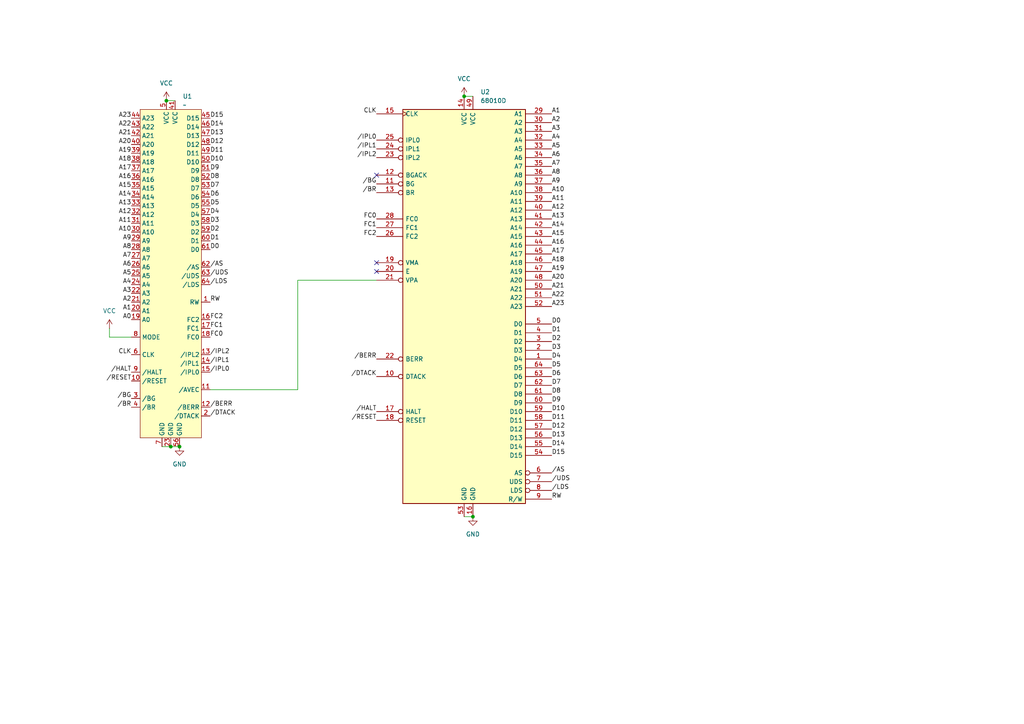
<source format=kicad_sch>
(kicad_sch (version 20231120) (generator "eeschema") (generator_version "8.0")
  (paper "A4")
  (lib_symbols
    (symbol "CPU_NXP_68000:68010D" (pin_names (offset 0.762))
      (property "Reference" "U" (at 0 2.54 0))
      (property "Value" "68010D" (at 0 -3.81 0))
      (symbol "68010D_0_1"
        (rectangle (start -17.78 57.15) (end 17.78 -57.15) (stroke (width 0.254)) (fill (type background)))
      )
      (symbol "68010D_1_1"
        (pin bidirectional line (at 25.4 -15.24 180) (length 7.62) (name "D4") (number "1"))
        (pin input inverted (at -25.4 -20.32 0) (length 7.62) (name "DTACK") (number "10"))
        (pin output inverted (at -25.4 35.56 0) (length 7.62) (name "BG") (number "11"))
        (pin input inverted (at -25.4 38.1 0) (length 7.62) (name "BGACK") (number "12"))
        (pin input inverted (at -25.4 33.02 0) (length 7.62) (name "BR") (number "13"))
        (pin power_in line (at 0 60.96 270) (length 3.81) (name "VCC") (number "14"))
        (pin input clock (at -25.4 55.88 0) (length 7.62) (name "CLK") (number "15"))
        (pin power_in line (at 2.54 -60.96 90) (length 3.81) (name "GND") (number "16"))
        (pin bidirectional inverted (at -25.4 -30.48 0) (length 7.62) (name "HALT") (number "17"))
        (pin bidirectional inverted (at -25.4 -33.02 0) (length 7.62) (name "RESET") (number "18"))
        (pin output inverted (at -25.4 12.7 0) (length 7.62) (name "VMA") (number "19"))
        (pin bidirectional line (at 25.4 -12.7 180) (length 7.62) (name "D3") (number "2"))
        (pin output line (at -25.4 10.16 0) (length 7.62) (name "E") (number "20"))
        (pin input inverted (at -25.4 7.62 0) (length 7.62) (name "VPA") (number "21"))
        (pin input inverted (at -25.4 -15.24 0) (length 7.62) (name "BERR") (number "22"))
        (pin input inverted (at -25.4 43.18 0) (length 7.62) (name "IPL2") (number "23"))
        (pin input inverted (at -25.4 45.72 0) (length 7.62) (name "IPL1") (number "24"))
        (pin input inverted (at -25.4 48.26 0) (length 7.62) (name "IPL0") (number "25"))
        (pin output line (at -25.4 20.32 0) (length 7.62) (name "FC2") (number "26"))
        (pin output line (at -25.4 22.86 0) (length 7.62) (name "FC1") (number "27"))
        (pin output line (at -25.4 25.4 0) (length 7.62) (name "FC0") (number "28"))
        (pin output line (at 25.4 55.88 180) (length 7.62) (name "A1") (number "29"))
        (pin bidirectional line (at 25.4 -10.16 180) (length 7.62) (name "D2") (number "3"))
        (pin output line (at 25.4 53.34 180) (length 7.62) (name "A2") (number "30"))
        (pin output line (at 25.4 50.8 180) (length 7.62) (name "A3") (number "31"))
        (pin output line (at 25.4 48.26 180) (length 7.62) (name "A4") (number "32"))
        (pin output line (at 25.4 45.72 180) (length 7.62) (name "A5") (number "33"))
        (pin output line (at 25.4 43.18 180) (length 7.62) (name "A6") (number "34"))
        (pin output line (at 25.4 40.64 180) (length 7.62) (name "A7") (number "35"))
        (pin output line (at 25.4 38.1 180) (length 7.62) (name "A8") (number "36"))
        (pin output line (at 25.4 35.56 180) (length 7.62) (name "A9") (number "37"))
        (pin output line (at 25.4 33.02 180) (length 7.62) (name "A10") (number "38"))
        (pin output line (at 25.4 30.48 180) (length 7.62) (name "A11") (number "39"))
        (pin bidirectional line (at 25.4 -7.62 180) (length 7.62) (name "D1") (number "4"))
        (pin output line (at 25.4 27.94 180) (length 7.62) (name "A12") (number "40"))
        (pin output line (at 25.4 25.4 180) (length 7.62) (name "A13") (number "41"))
        (pin output line (at 25.4 22.86 180) (length 7.62) (name "A14") (number "42"))
        (pin output line (at 25.4 20.32 180) (length 7.62) (name "A15") (number "43"))
        (pin output line (at 25.4 17.78 180) (length 7.62) (name "A16") (number "44"))
        (pin output line (at 25.4 15.24 180) (length 7.62) (name "A17") (number "45"))
        (pin output line (at 25.4 12.7 180) (length 7.62) (name "A18") (number "46"))
        (pin output line (at 25.4 10.16 180) (length 7.62) (name "A19") (number "47"))
        (pin output line (at 25.4 7.62 180) (length 7.62) (name "A20") (number "48"))
        (pin power_in line (at 2.54 60.96 270) (length 3.81) (name "VCC") (number "49"))
        (pin bidirectional line (at 25.4 -5.08 180) (length 7.62) (name "D0") (number "5"))
        (pin output line (at 25.4 5.08 180) (length 7.62) (name "A21") (number "50"))
        (pin output line (at 25.4 2.54 180) (length 7.62) (name "A22") (number "51"))
        (pin output line (at 25.4 0 180) (length 7.62) (name "A23") (number "52"))
        (pin power_in line (at 0 -60.96 90) (length 3.81) (name "GND") (number "53"))
        (pin bidirectional line (at 25.4 -43.18 180) (length 7.62) (name "D15") (number "54"))
        (pin bidirectional line (at 25.4 -40.64 180) (length 7.62) (name "D14") (number "55"))
        (pin bidirectional line (at 25.4 -38.1 180) (length 7.62) (name "D13") (number "56"))
        (pin bidirectional line (at 25.4 -35.56 180) (length 7.62) (name "D12") (number "57"))
        (pin bidirectional line (at 25.4 -33.02 180) (length 7.62) (name "D11") (number "58"))
        (pin bidirectional line (at 25.4 -30.48 180) (length 7.62) (name "D10") (number "59"))
        (pin output inverted (at 25.4 -48.26 180) (length 7.62) (name "AS") (number "6"))
        (pin bidirectional line (at 25.4 -27.94 180) (length 7.62) (name "D9") (number "60"))
        (pin bidirectional line (at 25.4 -25.4 180) (length 7.62) (name "D8") (number "61"))
        (pin bidirectional line (at 25.4 -22.86 180) (length 7.62) (name "D7") (number "62"))
        (pin bidirectional line (at 25.4 -20.32 180) (length 7.62) (name "D6") (number "63"))
        (pin bidirectional line (at 25.4 -17.78 180) (length 7.62) (name "D5") (number "64"))
        (pin output inverted (at 25.4 -50.8 180) (length 7.62) (name "UDS") (number "7"))
        (pin output inverted (at 25.4 -53.34 180) (length 7.62) (name "LDS") (number "8"))
        (pin output line (at 25.4 -55.88 180) (length 7.62) (name "R/W") (number "9"))
      )
    )
    (symbol "mackerel-68k-symbols:MC68SEC000"
      (property "Reference" "U" (at 0 0 0))
      (symbol "MC68SEC000_1_1"
        (rectangle (start -54.61 38.1) (end -36.83 -57.15) (fill (type background)))
        (pin output line (at -34.29 -17.78 180) (length 2.54) (name "RW") (number "1"))
        (pin input line (at -57.15 -40.64 0) (length 2.54) (name "/RESET") (number "10"))
        (pin input line (at -34.29 -43.18 180) (length 2.54) (name "/AVEC") (number "11"))
        (pin input line (at -34.29 -48.26 180) (length 2.54) (name "/BERR") (number "12"))
        (pin input line (at -34.29 -33.02 180) (length 2.54) (name "/IPL2") (number "13"))
        (pin input line (at -34.29 -35.56 180) (length 2.54) (name "/IPL1") (number "14"))
        (pin input line (at -34.29 -38.1 180) (length 2.54) (name "/IPL0") (number "15"))
        (pin output line (at -34.29 -22.86 180) (length 2.54) (name "FC2") (number "16"))
        (pin output line (at -34.29 -25.4 180) (length 2.54) (name "FC1") (number "17"))
        (pin output line (at -34.29 -27.94 180) (length 2.54) (name "FC0") (number "18"))
        (pin output line (at -57.15 -22.86 0) (length 2.54) (name "A0") (number "19"))
        (pin input line (at -34.29 -50.8 180) (length 2.54) (name "/DTACK") (number "2"))
        (pin output line (at -57.15 -20.32 0) (length 2.54) (name "A1") (number "20"))
        (pin output line (at -57.15 -17.78 0) (length 2.54) (name "A2") (number "21"))
        (pin output line (at -57.15 -15.24 0) (length 2.54) (name "A3") (number "22"))
        (pin power_in line (at -45.72 -59.69 90) (length 2.54) (name "GND") (number "23"))
        (pin output line (at -57.15 -12.7 0) (length 2.54) (name "A4") (number "24"))
        (pin output line (at -57.15 -10.16 0) (length 2.54) (name "A5") (number "25"))
        (pin output line (at -57.15 -7.62 0) (length 2.54) (name "A6") (number "26"))
        (pin output line (at -57.15 -5.08 0) (length 2.54) (name "A7") (number "27"))
        (pin output line (at -57.15 -2.54 0) (length 2.54) (name "A8") (number "28"))
        (pin output line (at -57.15 0 0) (length 2.54) (name "A9") (number "29"))
        (pin output line (at -57.15 -45.72 0) (length 2.54) (name "/BG") (number "3"))
        (pin output line (at -57.15 2.54 0) (length 2.54) (name "A10") (number "30"))
        (pin output line (at -57.15 5.08 0) (length 2.54) (name "A11") (number "31"))
        (pin output line (at -57.15 7.62 0) (length 2.54) (name "A12") (number "32"))
        (pin output line (at -57.15 10.16 0) (length 2.54) (name "A13") (number "33"))
        (pin output line (at -57.15 12.7 0) (length 2.54) (name "A14") (number "34"))
        (pin output line (at -57.15 15.24 0) (length 2.54) (name "A15") (number "35"))
        (pin output line (at -57.15 17.78 0) (length 2.54) (name "A16") (number "36"))
        (pin output line (at -57.15 20.32 0) (length 2.54) (name "A17") (number "37"))
        (pin output line (at -57.15 22.86 0) (length 2.54) (name "A18") (number "38"))
        (pin output line (at -57.15 25.4 0) (length 2.54) (name "A19") (number "39"))
        (pin input line (at -57.15 -48.26 0) (length 2.54) (name "/BR") (number "4"))
        (pin output line (at -57.15 27.94 0) (length 2.54) (name "A20") (number "40"))
        (pin power_in line (at -44.45 40.64 270) (length 2.54) (name "VCC") (number "41"))
        (pin output line (at -57.15 30.48 0) (length 2.54) (name "A21") (number "42"))
        (pin output line (at -57.15 33.02 0) (length 2.54) (name "A22") (number "43"))
        (pin output line (at -57.15 35.56 0) (length 2.54) (name "A23") (number "44"))
        (pin bidirectional line (at -34.29 35.56 180) (length 2.54) (name "D15") (number "45"))
        (pin bidirectional line (at -34.29 33.02 180) (length 2.54) (name "D14") (number "46"))
        (pin bidirectional line (at -34.29 30.48 180) (length 2.54) (name "D13") (number "47"))
        (pin bidirectional line (at -34.29 27.94 180) (length 2.54) (name "D12") (number "48"))
        (pin bidirectional line (at -34.29 25.4 180) (length 2.54) (name "D11") (number "49"))
        (pin power_in line (at -46.99 40.64 270) (length 2.54) (name "VCC") (number "5"))
        (pin bidirectional line (at -34.29 22.86 180) (length 2.54) (name "D10") (number "50"))
        (pin bidirectional line (at -34.29 20.32 180) (length 2.54) (name "D9") (number "51"))
        (pin bidirectional line (at -34.29 17.78 180) (length 2.54) (name "D8") (number "52"))
        (pin bidirectional line (at -34.29 15.24 180) (length 2.54) (name "D7") (number "53"))
        (pin bidirectional line (at -34.29 12.7 180) (length 2.54) (name "D6") (number "54"))
        (pin bidirectional line (at -34.29 10.16 180) (length 2.54) (name "D5") (number "55"))
        (pin power_in line (at -43.18 -59.69 90) (length 2.54) (name "GND") (number "56"))
        (pin bidirectional line (at -34.29 7.62 180) (length 2.54) (name "D4") (number "57"))
        (pin bidirectional line (at -34.29 5.08 180) (length 2.54) (name "D3") (number "58"))
        (pin bidirectional line (at -34.29 2.54 180) (length 2.54) (name "D2") (number "59"))
        (pin input line (at -57.15 -33.02 0) (length 2.54) (name "CLK") (number "6"))
        (pin bidirectional line (at -34.29 0 180) (length 2.54) (name "D1") (number "60"))
        (pin bidirectional line (at -34.29 -2.54 180) (length 2.54) (name "D0") (number "61"))
        (pin output line (at -34.29 -7.62 180) (length 2.54) (name "/AS") (number "62"))
        (pin output line (at -34.29 -10.16 180) (length 2.54) (name "/UDS") (number "63"))
        (pin output line (at -34.29 -12.7 180) (length 2.54) (name "/LDS") (number "64"))
        (pin power_in line (at -48.26 -59.69 90) (length 2.54) (name "GND") (number "7"))
        (pin input line (at -57.15 -27.94 0) (length 2.54) (name "MODE") (number "8"))
        (pin bidirectional line (at -57.15 -38.1 0) (length 2.54) (name "/HALT") (number "9"))
      )
    )
    (symbol "power:GND" (power) (pin_numbers hide) (pin_names (offset 0) hide)
      (property "Value" "GND" (at 0 -3.81 0))
      (symbol "GND_0_1"
        (polyline (pts (xy 0 0) (xy 0 -1.27) (xy 1.27 -1.27) (xy 0 -2.54) (xy -1.27 -1.27) (xy 0 -1.27)))
      )
      (symbol "GND_1_1"
        (pin power_in line (at 0 0 270) (length 0) (name "~") (number "1"))
      )
    )
    (symbol "power:VCC" (power) (pin_numbers hide) (pin_names (offset 0) hide)
      (property "Value" "VCC" (at 0 3.556 0))
      (symbol "VCC_0_1"
        (polyline (pts (xy -0.762 1.27) (xy 0 2.54)))
        (polyline (pts (xy 0 0) (xy 0 2.54)))
        (polyline (pts (xy 0 2.54) (xy 0.762 1.27)))
      )
      (symbol "VCC_1_1"
        (pin power_in line (at 0 0 90) (length 0) (name "~") (number "1"))
      )
    )
  )
  (junction (at 134.62 27.94))
  (junction (at 49.53 129.54))
  (junction (at 48.26 29.21))
  (junction (at 52.07 129.54))
  (junction (at 137.16 149.86))
  (no_connect (at 109.22 78.74))
  (no_connect (at 109.22 76.2))
  (no_connect (at 109.22 50.8))
  (wire (pts (xy 31.75 97.79) (xy 31.75 95.25)))
  (wire (pts (xy 134.62 149.86) (xy 137.16 149.86)))
  (wire (pts (xy 86.36 81.28) (xy 109.22 81.28)))
  (wire (pts (xy 134.62 27.94) (xy 137.16 27.94)))
  (wire (pts (xy 38.1 97.79) (xy 31.75 97.79)))
  (wire (pts (xy 48.26 29.21) (xy 50.8 29.21)))
  (wire (pts (xy 46.99 129.54) (xy 49.53 129.54)))
  (wire (pts (xy 86.36 113.03) (xy 86.36 81.28)))
  (wire (pts (xy 60.96 113.03) (xy 86.36 113.03)))
  (wire (pts (xy 49.53 129.54) (xy 52.07 129.54)))
  (label "{slash}AS" (at 60.96 77.47 0))
  (label "{slash}BR" (at 38.1 118.11 180))
  (label "A3" (at 160.02 38.1 0))
  (label "A17" (at 160.02 73.66 0))
  (label "A14" (at 160.02 66.04 0))
  (label "A12" (at 160.02 60.96 0))
  (label "A20" (at 160.02 81.28 0))
  (label "{slash}BERR" (at 60.96 118.11 0))
  (label "D12" (at 60.96 41.91 0))
  (label "A5" (at 160.02 43.18 0))
  (label "D13" (at 60.96 39.37 0))
  (label "A17" (at 38.1 49.53 180))
  (label "FC1" (at 109.22 66.04 180))
  (label "{slash}DTACK" (at 109.22 109.22 180))
  (label "A0" (at 38.1 92.71 180))
  (label "D15" (at 160.02 132.08 0))
  (label "A1" (at 38.1 90.17 180))
  (label "A16" (at 38.1 52.07 180))
  (label "RW" (at 160.02 144.78 0))
  (label "A7" (at 160.02 48.26 0))
  (label "FC0" (at 109.22 63.5 180))
  (label "A5" (at 38.1 80.01 180))
  (label "D1" (at 60.96 69.85 0))
  (label "A10" (at 38.1 67.31 180))
  (label "{slash}DTACK" (at 60.96 120.65 0))
  (label "A18" (at 160.02 76.2 0))
  (label "D0" (at 60.96 72.39 0))
  (label "{slash}AS" (at 160.02 137.16 0))
  (label "FC0" (at 60.96 97.79 0))
  (label "D1" (at 160.02 96.52 0))
  (label "D4" (at 160.02 104.14 0))
  (label "D10" (at 60.96 46.99 0))
  (label "{slash}IPL1" (at 60.96 105.41 0))
  (label "A2" (at 38.1 87.63 180))
  (label "D7" (at 60.96 54.61 0))
  (label "A4" (at 38.1 82.55 180))
  (label "FC1" (at 60.96 95.25 0))
  (label "D9" (at 160.02 116.84 0))
  (label "A22" (at 38.1 36.83 180))
  (label "D14" (at 160.02 129.54 0))
  (label "D3" (at 160.02 101.6 0))
  (label "D5" (at 160.02 106.68 0))
  (label "{slash}IPL0" (at 109.22 40.64 180))
  (label "D8" (at 160.02 114.3 0))
  (label "A15" (at 160.02 68.58 0))
  (label "A13" (at 160.02 63.5 0))
  (label "D7" (at 160.02 111.76 0))
  (label "A20" (at 38.1 41.91 180))
  (label "{slash}BERR" (at 109.22 104.14 180))
  (label "{slash}RESET" (at 38.1 110.49 180))
  (label "A12" (at 38.1 62.23 180))
  (label "FC2" (at 109.22 68.58 180))
  (label "A4" (at 160.02 40.64 0))
  (label "D15" (at 60.96 34.29 0))
  (label "A16" (at 160.02 71.12 0))
  (label "D4" (at 60.96 62.23 0))
  (label "{slash}LDS" (at 60.96 82.55 0))
  (label "A8" (at 38.1 72.39 180))
  (label "A11" (at 160.02 58.42 0))
  (label "A2" (at 160.02 35.56 0))
  (label "A15" (at 38.1 54.61 180))
  (label "{slash}RESET" (at 109.22 121.92 180))
  (label "{slash}HALT" (at 109.22 119.38 180))
  (label "CLK" (at 38.1 102.87 180))
  (label "A3" (at 38.1 85.09 180))
  (label "D12" (at 160.02 124.46 0))
  (label "A13" (at 38.1 59.69 180))
  (label "CLK" (at 109.22 33.02 180))
  (label "D2" (at 60.96 67.31 0))
  (label "A9" (at 160.02 53.34 0))
  (label "{slash}IPL1" (at 109.22 43.18 180))
  (label "D11" (at 160.02 121.92 0))
  (label "RW" (at 60.96 87.63 0))
  (label "D3" (at 60.96 64.77 0))
  (label "A11" (at 38.1 64.77 180))
  (label "D9" (at 60.96 49.53 0))
  (label "A23" (at 160.02 88.9 0))
  (label "A21" (at 160.02 83.82 0))
  (label "A9" (at 38.1 69.85 180))
  (label "D6" (at 60.96 57.15 0))
  (label "{slash}BG" (at 38.1 115.57 180))
  (label "D5" (at 60.96 59.69 0))
  (label "A7" (at 38.1 74.93 180))
  (label "D11" (at 60.96 44.45 0))
  (label "D2" (at 160.02 99.06 0))
  (label "D10" (at 160.02 119.38 0))
  (label "A21" (at 38.1 39.37 180))
  (label "D14" (at 60.96 36.83 0))
  (label "A19" (at 160.02 78.74 0))
  (label "FC2" (at 60.96 92.71 0))
  (label "{slash}UDS" (at 60.96 80.01 0))
  (label "A8" (at 160.02 50.8 0))
  (label "{slash}LDS" (at 160.02 142.24 0))
  (label "A6" (at 160.02 45.72 0))
  (label "{slash}UDS" (at 160.02 139.7 0))
  (label "D13" (at 160.02 127 0))
  (label "{slash}BR" (at 109.22 55.88 180))
  (label "A14" (at 38.1 57.15 180))
  (label "{slash}IPL0" (at 60.96 107.95 0))
  (label "{slash}HALT" (at 38.1 107.95 180))
  (label "{slash}IPL2" (at 109.22 45.72 180))
  (label "A22" (at 160.02 86.36 0))
  (label "D0" (at 160.02 93.98 0))
  (label "D8" (at 60.96 52.07 0))
  (label "A1" (at 160.02 33.02 0))
  (label "A18" (at 38.1 46.99 180))
  (label "A10" (at 160.02 55.88 0))
  (label "A23" (at 38.1 34.29 180))
  (label "{slash}BG" (at 109.22 53.34 180))
  (label "{slash}IPL2" (at 60.96 102.87 0))
  (label "A19" (at 38.1 44.45 180))
  (label "A6" (at 38.1 77.47 180))
  (label "D6" (at 160.02 109.22 0))
  (symbol (lib_id "CPU_NXP_68000:68010D") (at 134.62 88.9 0) (unit 1)
    (property "Reference" "U2" (at 139.3541 26.67 0) (effects (justify left)))
    (property "Value" "68010D" (at 139.3541 29.21 0) (effects (justify left)))
    (property "Footprint" "Package_DIP:DIP-64_W22.86mm" (effects (hide yes)))
    (property "Datasheet" "https://www.nxp.com/docs/en/reference-manual/MC68000UM.pdf" (effects (hide yes)))
    (property "Description" "16/32-bit Microprocessor" (effects (hide yes)))
  )
  (symbol (lib_id "power:VCC") (at 31.75 95.25 0) (mirror y) (unit 1)
    (property "Reference" "#PWR05" (effects (hide yes)))
    (property "Value" "VCC" (at 31.75 90.17 0))
    (property "Description" "Power symbol creates a global label with name \"VCC\"" (effects (hide yes)))
  )
  (symbol (lib_id "mackerel-68k-symbols:MC68SEC000") (at 95.25 69.85 0) (unit 1)
    (property "Reference" "U1" (at 52.9941 27.94 0) (effects (justify left)))
    (property "Value" "~" (at 52.9941 30.48 0) (effects (justify left)))
    (property "Footprint" "Package_QFP:PQFP-64_14x14mm_P0.8mm" (effects (hide yes)))
  )
  (symbol (lib_id "power:GND") (at 137.16 149.86 0) (unit 1)
    (property "Reference" "#PWR03" (effects (hide yes)))
    (property "Value" "GND" (at 137.16 154.94 0))
    (property "Description" "Power symbol creates a global label with name \"GND\" , ground" (effects (hide yes)))
  )
  (symbol (lib_id "power:GND") (at 52.07 129.54 0) (unit 1)
    (property "Reference" "#PWR04" (effects (hide yes)))
    (property "Value" "GND" (at 52.07 134.62 0))
    (property "Description" "Power symbol creates a global label with name \"GND\" , ground" (effects (hide yes)))
  )
  (symbol (lib_id "power:VCC") (at 48.26 29.21 0) (unit 1)
    (property "Reference" "#PWR01" (effects (hide yes)))
    (property "Value" "VCC" (at 48.26 24.13 0))
    (property "Description" "Power symbol creates a global label with name \"VCC\"" (effects (hide yes)))
  )
  (symbol (lib_id "power:VCC") (at 134.62 27.94 0) (unit 1)
    (property "Reference" "#PWR02" (effects (hide yes)))
    (property "Value" "VCC" (at 134.62 22.86 0))
    (property "Description" "Power symbol creates a global label with name \"VCC\"" (effects (hide yes)))
  )
)
</source>
